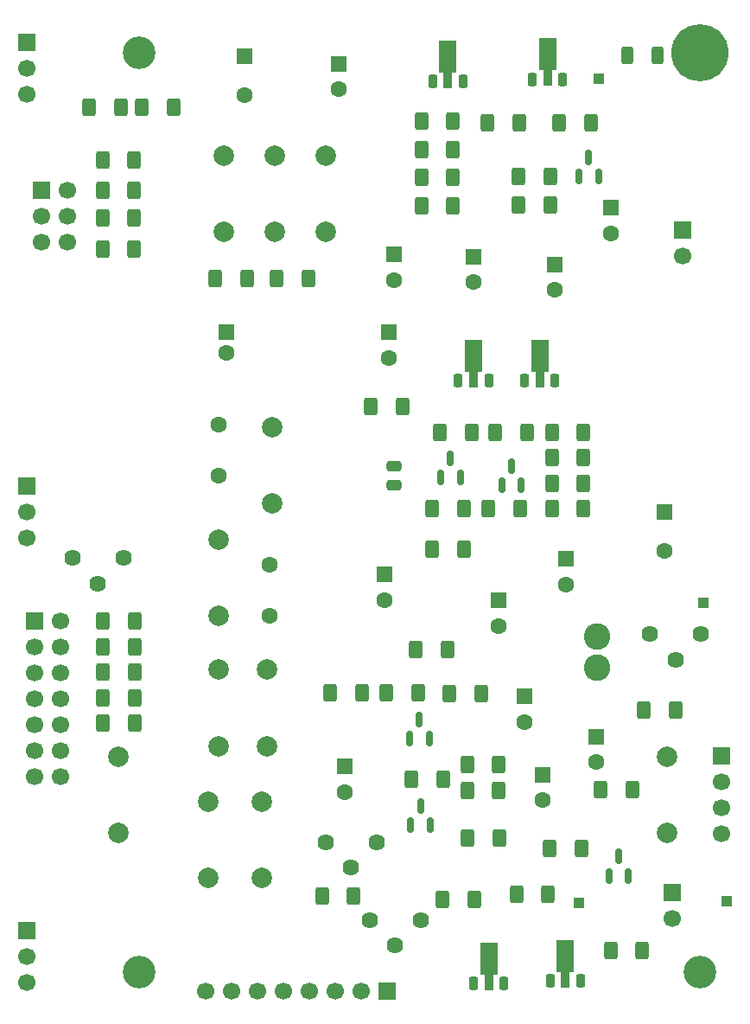
<source format=gts>
G04 #@! TF.GenerationSoftware,KiCad,Pcbnew,9.0.3*
G04 #@! TF.CreationDate,2025-08-17T13:08:36+02:00*
G04 #@! TF.ProjectId,siemens,7369656d-656e-4732-9e6b-696361645f70,rev?*
G04 #@! TF.SameCoordinates,Original*
G04 #@! TF.FileFunction,Soldermask,Top*
G04 #@! TF.FilePolarity,Negative*
%FSLAX46Y46*%
G04 Gerber Fmt 4.6, Leading zero omitted, Abs format (unit mm)*
G04 Created by KiCad (PCBNEW 9.0.3) date 2025-08-17 13:08:36*
%MOMM*%
%LPD*%
G01*
G04 APERTURE LIST*
G04 Aperture macros list*
%AMRoundRect*
0 Rectangle with rounded corners*
0 $1 Rounding radius*
0 $2 $3 $4 $5 $6 $7 $8 $9 X,Y pos of 4 corners*
0 Add a 4 corners polygon primitive as box body*
4,1,4,$2,$3,$4,$5,$6,$7,$8,$9,$2,$3,0*
0 Add four circle primitives for the rounded corners*
1,1,$1+$1,$2,$3*
1,1,$1+$1,$4,$5*
1,1,$1+$1,$6,$7*
1,1,$1+$1,$8,$9*
0 Add four rect primitives between the rounded corners*
20,1,$1+$1,$2,$3,$4,$5,0*
20,1,$1+$1,$4,$5,$6,$7,0*
20,1,$1+$1,$6,$7,$8,$9,0*
20,1,$1+$1,$8,$9,$2,$3,0*%
%AMFreePoly0*
4,1,9,3.862500,-0.866500,0.737500,-0.866500,0.737500,-0.450000,-0.737500,-0.450000,-0.737500,0.450000,0.737500,0.450000,0.737500,0.866500,3.862500,0.866500,3.862500,-0.866500,3.862500,-0.866500,$1*%
G04 Aperture macros list end*
%ADD10C,2.000000*%
%ADD11C,3.200000*%
%ADD12C,1.700000*%
%ADD13R,1.700000X1.700000*%
%ADD14RoundRect,0.250000X0.400000X0.625000X-0.400000X0.625000X-0.400000X-0.625000X0.400000X-0.625000X0*%
%ADD15RoundRect,0.250000X-0.400000X-0.625000X0.400000X-0.625000X0.400000X0.625000X-0.400000X0.625000X0*%
%ADD16RoundRect,0.225000X0.225000X-0.425000X0.225000X0.425000X-0.225000X0.425000X-0.225000X-0.425000X0*%
%ADD17FreePoly0,90.000000*%
%ADD18RoundRect,0.150000X0.150000X-0.587500X0.150000X0.587500X-0.150000X0.587500X-0.150000X-0.587500X0*%
%ADD19R,1.000000X1.000000*%
%ADD20C,1.600000*%
%ADD21RoundRect,0.250000X-0.550000X0.550000X-0.550000X-0.550000X0.550000X-0.550000X0.550000X0.550000X0*%
%ADD22RoundRect,0.250000X0.312500X0.625000X-0.312500X0.625000X-0.312500X-0.625000X0.312500X-0.625000X0*%
%ADD23C,1.620000*%
%ADD24C,2.600000*%
%ADD25RoundRect,0.250000X-0.475000X0.250000X-0.475000X-0.250000X0.475000X-0.250000X0.475000X0.250000X0*%
%ADD26C,5.600000*%
G04 APERTURE END LIST*
D10*
X63342000Y-45092000D03*
X63342000Y-52592000D03*
X58291248Y-52592000D03*
X58291248Y-45092000D03*
X53291248Y-45092000D03*
X53291248Y-52592000D03*
D11*
X45000000Y-35000000D03*
D12*
X34000000Y-126080000D03*
X34000000Y-123540000D03*
D13*
X34000000Y-121000000D03*
X34000000Y-34000000D03*
D12*
X34000000Y-36540000D03*
X34000000Y-39080000D03*
D14*
X44542000Y-54242000D03*
X41442000Y-54242000D03*
X44542000Y-51242000D03*
X41442000Y-51242000D03*
D15*
X41442000Y-45492000D03*
X44542000Y-45492000D03*
X41442000Y-48492000D03*
X44542000Y-48492000D03*
D13*
X35452000Y-48452000D03*
D12*
X37992000Y-48452000D03*
X35452000Y-50992000D03*
X37992000Y-50992000D03*
X35452000Y-53532000D03*
X37992000Y-53532000D03*
D16*
X77791248Y-126116000D03*
D17*
X79291248Y-126028500D03*
D16*
X80791248Y-126116000D03*
X85291248Y-125866000D03*
D17*
X86791248Y-125778500D03*
D16*
X88291248Y-125866000D03*
D10*
X96791248Y-111416000D03*
X96791248Y-103916000D03*
D18*
X81541248Y-75478500D03*
X82491248Y-77353500D03*
X80591248Y-77353500D03*
D15*
X85341248Y-47166000D03*
X82241248Y-47166000D03*
X78524000Y-97802000D03*
X75424000Y-97802000D03*
D19*
X100342000Y-88912000D03*
D20*
X96532000Y-83822000D03*
D21*
X96532000Y-80022000D03*
D14*
X41491248Y-93166000D03*
X44591248Y-93166000D03*
D15*
X72341248Y-97666000D03*
X69241248Y-97666000D03*
D20*
X84541248Y-108210888D03*
D21*
X84541248Y-105710888D03*
D14*
X79241248Y-79666000D03*
X82341248Y-79666000D03*
D10*
X57023000Y-115831000D03*
X57023000Y-108331000D03*
D14*
X41491248Y-98166000D03*
X44591248Y-98166000D03*
D19*
X88150000Y-118249000D03*
D14*
X91241248Y-122916000D03*
X94341248Y-122916000D03*
D22*
X92898500Y-35306000D03*
X95823500Y-35306000D03*
D10*
X52791248Y-90166000D03*
X52791248Y-82666000D03*
D19*
X102628000Y-118122000D03*
D15*
X88591248Y-79666000D03*
X85491248Y-79666000D03*
D20*
X55342000Y-39142000D03*
D21*
X55342000Y-35342000D03*
D12*
X37291248Y-105866000D03*
X34751248Y-105866000D03*
X37291248Y-103326000D03*
X34751248Y-103326000D03*
X37291248Y-100786000D03*
X34751248Y-100786000D03*
X37291248Y-98246000D03*
X34751248Y-98246000D03*
X37291248Y-95706000D03*
X34751248Y-95706000D03*
X37291248Y-93166000D03*
X34751248Y-93166000D03*
X37291248Y-90626000D03*
D13*
X34751248Y-90626000D03*
D20*
X70002000Y-57291888D03*
D21*
X70002000Y-54791888D03*
D15*
X75802000Y-41747000D03*
X72702000Y-41747000D03*
D23*
X38500000Y-84500000D03*
X41000000Y-87000000D03*
X43500000Y-84500000D03*
D14*
X94491248Y-99416000D03*
X97591248Y-99416000D03*
D15*
X44591248Y-100666000D03*
X41491248Y-100666000D03*
D20*
X65151000Y-107402000D03*
D21*
X65151000Y-104902000D03*
D18*
X72591248Y-108791000D03*
X73541248Y-110666000D03*
X71641248Y-110666000D03*
X89091248Y-45291000D03*
X90041248Y-47166000D03*
X88141248Y-47166000D03*
D20*
X80276000Y-91158000D03*
D21*
X80276000Y-88658000D03*
D11*
X100000000Y-125000000D03*
D15*
X70841248Y-69666000D03*
X67741248Y-69666000D03*
D10*
X57541248Y-95416000D03*
X57541248Y-102916000D03*
D16*
X85791248Y-67116000D03*
D17*
X84291248Y-67028500D03*
D16*
X82791248Y-67116000D03*
D14*
X41491248Y-90666000D03*
X44591248Y-90666000D03*
D20*
X64592000Y-38592000D03*
D21*
X64592000Y-36092000D03*
D10*
X51816000Y-115831000D03*
X51816000Y-108331000D03*
D16*
X86541248Y-37616000D03*
D17*
X85041248Y-37528500D03*
D16*
X83541248Y-37616000D03*
D15*
X75802000Y-49997000D03*
X72702000Y-49997000D03*
D14*
X41491248Y-95666000D03*
X44591248Y-95666000D03*
D24*
X89928000Y-95214000D03*
X89928000Y-92214000D03*
D14*
X77202000Y-111899000D03*
X80302000Y-111899000D03*
D15*
X88591248Y-72166000D03*
X85491248Y-72166000D03*
D25*
X69992000Y-77366000D03*
X69992000Y-75466000D03*
D10*
X58041248Y-71666000D03*
X58041248Y-79166000D03*
D14*
X62966000Y-117602000D03*
X66066000Y-117602000D03*
D20*
X52791248Y-71416000D03*
X52791248Y-76416000D03*
D15*
X88591248Y-77166000D03*
X85491248Y-77166000D03*
D12*
X97282000Y-119761000D03*
D13*
X97282000Y-117221000D03*
D14*
X73741248Y-83666000D03*
X76841248Y-83666000D03*
X85491248Y-74666000D03*
X88591248Y-74666000D03*
X40118000Y-40398000D03*
X43218000Y-40398000D03*
X73741248Y-79666000D03*
X76841248Y-79666000D03*
D15*
X89291248Y-41916000D03*
X86191248Y-41916000D03*
D12*
X34000000Y-82540000D03*
X34000000Y-80000000D03*
D13*
X34000000Y-77460000D03*
D18*
X92041248Y-113728500D03*
X92991248Y-115603500D03*
X91091248Y-115603500D03*
D20*
X91291248Y-52710888D03*
D21*
X91291248Y-50210888D03*
D14*
X82241248Y-49916000D03*
X85341248Y-49916000D03*
D16*
X79291248Y-67116000D03*
D17*
X77791248Y-67028500D03*
D16*
X76291248Y-67116000D03*
D14*
X79942000Y-72242000D03*
X83042000Y-72242000D03*
D15*
X61591248Y-57166000D03*
X58491248Y-57166000D03*
D18*
X72492000Y-100304500D03*
X73442000Y-102179500D03*
X71542000Y-102179500D03*
D15*
X80292000Y-104742000D03*
X77192000Y-104742000D03*
D16*
X76791248Y-37860500D03*
D17*
X75291248Y-37773000D03*
D16*
X73791248Y-37860500D03*
D23*
X63286000Y-112315000D03*
X65786000Y-114815000D03*
X68286000Y-112315000D03*
D15*
X55591248Y-57166000D03*
X52491248Y-57166000D03*
D20*
X77791248Y-57497000D03*
D21*
X77791248Y-54997000D03*
D20*
X53541248Y-64416000D03*
D21*
X53541248Y-62416000D03*
D26*
X100000000Y-35000000D03*
D14*
X45292000Y-40342000D03*
X48392000Y-40342000D03*
D20*
X86880000Y-87094000D03*
D21*
X86880000Y-84594000D03*
D15*
X75222000Y-93416000D03*
X72122000Y-93416000D03*
D10*
X43041248Y-111416000D03*
X43041248Y-103916000D03*
D15*
X77841248Y-117916000D03*
X74741248Y-117916000D03*
D12*
X102120000Y-111518000D03*
X102120000Y-108978000D03*
X102120000Y-106438000D03*
D13*
X102120000Y-103898000D03*
D20*
X69541248Y-64916000D03*
D21*
X69541248Y-62416000D03*
D20*
X57791248Y-85166000D03*
X57791248Y-90166000D03*
D15*
X85091248Y-117416000D03*
X81991248Y-117416000D03*
D23*
X95088000Y-91960000D03*
X97588000Y-94460000D03*
X100088000Y-91960000D03*
D15*
X74841248Y-106166000D03*
X71741248Y-106166000D03*
D20*
X69041248Y-88618000D03*
D21*
X69041248Y-86118000D03*
D19*
X90092000Y-37592000D03*
D15*
X77591248Y-72166000D03*
X74491248Y-72166000D03*
D23*
X67604000Y-119935000D03*
X70104000Y-122435000D03*
X72604000Y-119935000D03*
D11*
X45000000Y-125000000D03*
D20*
X85791248Y-58254606D03*
D21*
X85791248Y-55754606D03*
D20*
X89791248Y-104460888D03*
D21*
X89791248Y-101960888D03*
D15*
X66841248Y-97666000D03*
X63741248Y-97666000D03*
D14*
X90241248Y-107166000D03*
X93341248Y-107166000D03*
D18*
X75541248Y-74728500D03*
X76491248Y-76603500D03*
X74591248Y-76603500D03*
D15*
X82291248Y-41916000D03*
X79191248Y-41916000D03*
X75802000Y-44497000D03*
X72702000Y-44497000D03*
D12*
X98291248Y-54916000D03*
D13*
X98291248Y-52376000D03*
D14*
X72702000Y-47247000D03*
X75802000Y-47247000D03*
X77192000Y-107242000D03*
X80292000Y-107242000D03*
X85241248Y-112916000D03*
X88341248Y-112916000D03*
D10*
X52840496Y-102916000D03*
X52840496Y-95416000D03*
D20*
X82816000Y-100556000D03*
D21*
X82816000Y-98056000D03*
D13*
X69342000Y-126873000D03*
D12*
X66802000Y-126873000D03*
X64262000Y-126873000D03*
X61722000Y-126873000D03*
X59182000Y-126873000D03*
X56642000Y-126873000D03*
X54102000Y-126873000D03*
X51562000Y-126873000D03*
M02*

</source>
